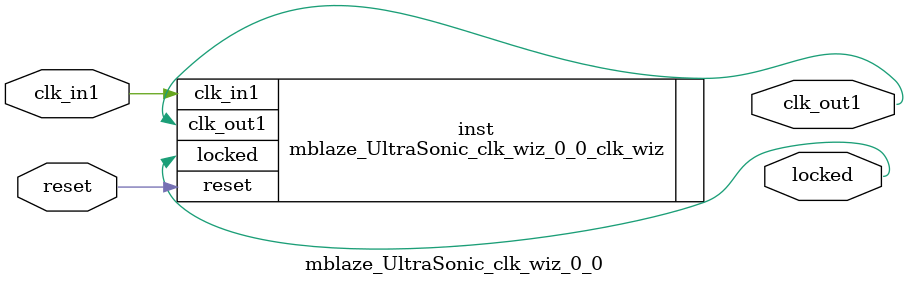
<source format=v>


`timescale 1ps/1ps

(* CORE_GENERATION_INFO = "mblaze_UltraSonic_clk_wiz_0_0,clk_wiz_v6_0_4_0_0,{component_name=mblaze_UltraSonic_clk_wiz_0_0,use_phase_alignment=true,use_min_o_jitter=false,use_max_i_jitter=false,use_dyn_phase_shift=false,use_inclk_switchover=false,use_dyn_reconfig=false,enable_axi=0,feedback_source=FDBK_AUTO,PRIMITIVE=MMCM,num_out_clk=1,clkin1_period=10.000,clkin2_period=10.000,use_power_down=false,use_reset=true,use_locked=true,use_inclk_stopped=false,feedback_type=SINGLE,CLOCK_MGR_TYPE=NA,manual_override=false}" *)

module mblaze_UltraSonic_clk_wiz_0_0 
 (
  // Clock out ports
  output        clk_out1,
  // Status and control signals
  input         reset,
  output        locked,
 // Clock in ports
  input         clk_in1
 );

  mblaze_UltraSonic_clk_wiz_0_0_clk_wiz inst
  (
  // Clock out ports  
  .clk_out1(clk_out1),
  // Status and control signals               
  .reset(reset), 
  .locked(locked),
 // Clock in ports
  .clk_in1(clk_in1)
  );

endmodule

</source>
